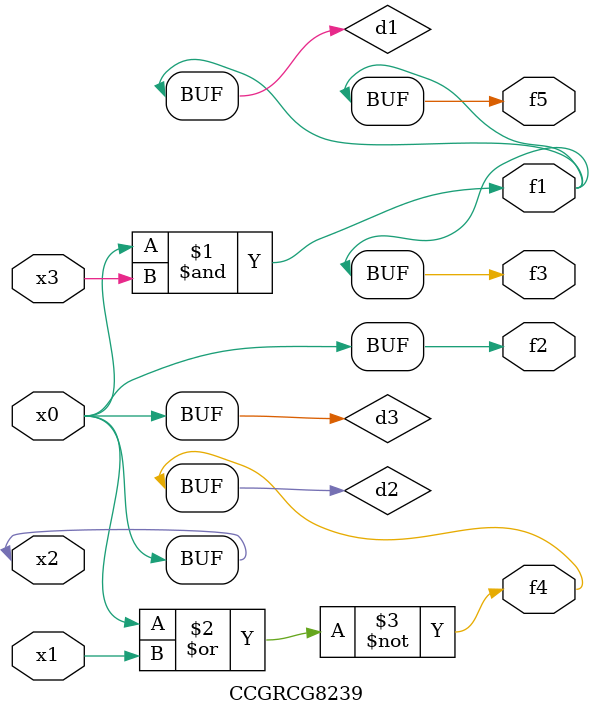
<source format=v>
module CCGRCG8239(
	input x0, x1, x2, x3,
	output f1, f2, f3, f4, f5
);

	wire d1, d2, d3;

	and (d1, x2, x3);
	nor (d2, x0, x1);
	buf (d3, x0, x2);
	assign f1 = d1;
	assign f2 = d3;
	assign f3 = d1;
	assign f4 = d2;
	assign f5 = d1;
endmodule

</source>
